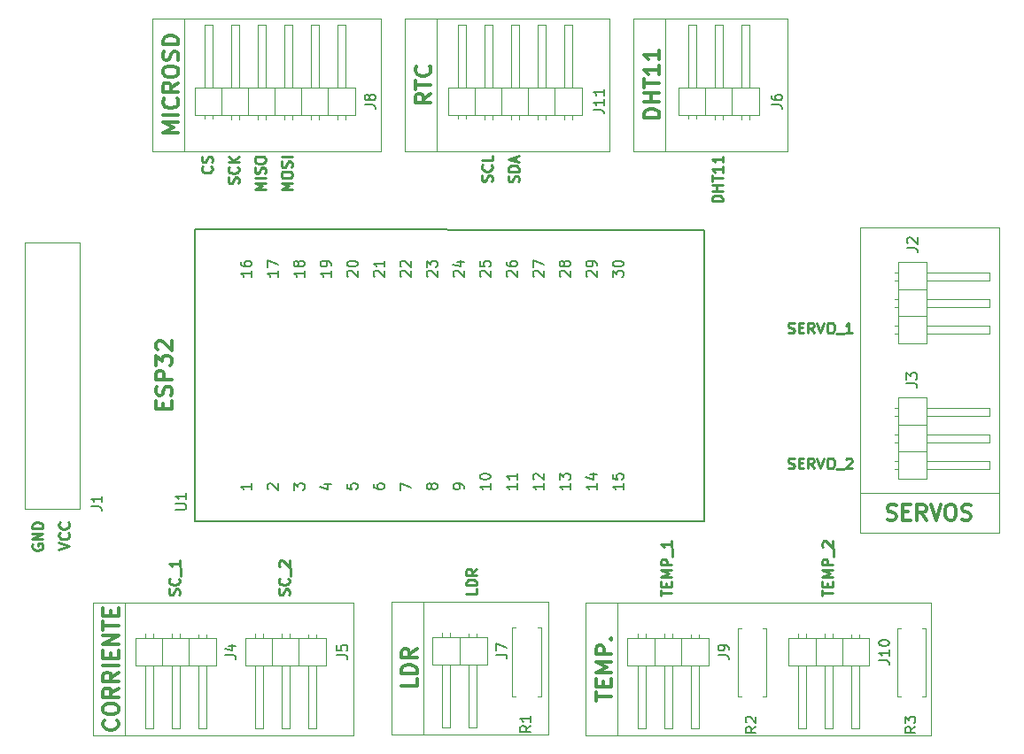
<source format=gbr>
G04 #@! TF.GenerationSoftware,KiCad,Pcbnew,(5.1.10)-1*
G04 #@! TF.CreationDate,2021-10-14T18:13:08-03:00*
G04 #@! TF.ProjectId,esp32_shield,65737033-325f-4736-9869-656c642e6b69,rev?*
G04 #@! TF.SameCoordinates,Original*
G04 #@! TF.FileFunction,Legend,Top*
G04 #@! TF.FilePolarity,Positive*
%FSLAX46Y46*%
G04 Gerber Fmt 4.6, Leading zero omitted, Abs format (unit mm)*
G04 Created by KiCad (PCBNEW (5.1.10)-1) date 2021-10-14 18:13:08*
%MOMM*%
%LPD*%
G01*
G04 APERTURE LIST*
%ADD10C,0.150000*%
%ADD11C,0.300000*%
%ADD12C,0.120000*%
%ADD13C,0.250000*%
%ADD14C,0.127000*%
G04 APERTURE END LIST*
D10*
X149133460Y-81984523D02*
X149133460Y-81365476D01*
X149514413Y-81698809D01*
X149514413Y-81555952D01*
X149562032Y-81460714D01*
X149609651Y-81413095D01*
X149704889Y-81365476D01*
X149942984Y-81365476D01*
X150038222Y-81413095D01*
X150085841Y-81460714D01*
X150133460Y-81555952D01*
X150133460Y-81841666D01*
X150085841Y-81936904D01*
X150038222Y-81984523D01*
X149133460Y-80746428D02*
X149133460Y-80651190D01*
X149181080Y-80555952D01*
X149228699Y-80508333D01*
X149323937Y-80460714D01*
X149514413Y-80413095D01*
X149752508Y-80413095D01*
X149942984Y-80460714D01*
X150038222Y-80508333D01*
X150085841Y-80555952D01*
X150133460Y-80651190D01*
X150133460Y-80746428D01*
X150085841Y-80841666D01*
X150038222Y-80889285D01*
X149942984Y-80936904D01*
X149752508Y-80984523D01*
X149514413Y-80984523D01*
X149323937Y-80936904D01*
X149228699Y-80889285D01*
X149181080Y-80841666D01*
X149133460Y-80746428D01*
X146688699Y-81936904D02*
X146641080Y-81889285D01*
X146593460Y-81794047D01*
X146593460Y-81555952D01*
X146641080Y-81460714D01*
X146688699Y-81413095D01*
X146783937Y-81365476D01*
X146879175Y-81365476D01*
X147022032Y-81413095D01*
X147593460Y-81984523D01*
X147593460Y-81365476D01*
X147593460Y-80889285D02*
X147593460Y-80698809D01*
X147545841Y-80603571D01*
X147498222Y-80555952D01*
X147355365Y-80460714D01*
X147164889Y-80413095D01*
X146783937Y-80413095D01*
X146688699Y-80460714D01*
X146641080Y-80508333D01*
X146593460Y-80603571D01*
X146593460Y-80794047D01*
X146641080Y-80889285D01*
X146688699Y-80936904D01*
X146783937Y-80984523D01*
X147022032Y-80984523D01*
X147117270Y-80936904D01*
X147164889Y-80889285D01*
X147212508Y-80794047D01*
X147212508Y-80603571D01*
X147164889Y-80508333D01*
X147117270Y-80460714D01*
X147022032Y-80413095D01*
X144148699Y-81936904D02*
X144101080Y-81889285D01*
X144053460Y-81794047D01*
X144053460Y-81555952D01*
X144101080Y-81460714D01*
X144148699Y-81413095D01*
X144243937Y-81365476D01*
X144339175Y-81365476D01*
X144482032Y-81413095D01*
X145053460Y-81984523D01*
X145053460Y-81365476D01*
X144482032Y-80794047D02*
X144434413Y-80889285D01*
X144386794Y-80936904D01*
X144291556Y-80984523D01*
X144243937Y-80984523D01*
X144148699Y-80936904D01*
X144101080Y-80889285D01*
X144053460Y-80794047D01*
X144053460Y-80603571D01*
X144101080Y-80508333D01*
X144148699Y-80460714D01*
X144243937Y-80413095D01*
X144291556Y-80413095D01*
X144386794Y-80460714D01*
X144434413Y-80508333D01*
X144482032Y-80603571D01*
X144482032Y-80794047D01*
X144529651Y-80889285D01*
X144577270Y-80936904D01*
X144672508Y-80984523D01*
X144862984Y-80984523D01*
X144958222Y-80936904D01*
X145005841Y-80889285D01*
X145053460Y-80794047D01*
X145053460Y-80603571D01*
X145005841Y-80508333D01*
X144958222Y-80460714D01*
X144862984Y-80413095D01*
X144672508Y-80413095D01*
X144577270Y-80460714D01*
X144529651Y-80508333D01*
X144482032Y-80603571D01*
X141608699Y-81936904D02*
X141561080Y-81889285D01*
X141513460Y-81794047D01*
X141513460Y-81555952D01*
X141561080Y-81460714D01*
X141608699Y-81413095D01*
X141703937Y-81365476D01*
X141799175Y-81365476D01*
X141942032Y-81413095D01*
X142513460Y-81984523D01*
X142513460Y-81365476D01*
X141513460Y-81032142D02*
X141513460Y-80365476D01*
X142513460Y-80794047D01*
X139068699Y-81936904D02*
X139021080Y-81889285D01*
X138973460Y-81794047D01*
X138973460Y-81555952D01*
X139021080Y-81460714D01*
X139068699Y-81413095D01*
X139163937Y-81365476D01*
X139259175Y-81365476D01*
X139402032Y-81413095D01*
X139973460Y-81984523D01*
X139973460Y-81365476D01*
X138973460Y-80508333D02*
X138973460Y-80698809D01*
X139021080Y-80794047D01*
X139068699Y-80841666D01*
X139211556Y-80936904D01*
X139402032Y-80984523D01*
X139782984Y-80984523D01*
X139878222Y-80936904D01*
X139925841Y-80889285D01*
X139973460Y-80794047D01*
X139973460Y-80603571D01*
X139925841Y-80508333D01*
X139878222Y-80460714D01*
X139782984Y-80413095D01*
X139544889Y-80413095D01*
X139449651Y-80460714D01*
X139402032Y-80508333D01*
X139354413Y-80603571D01*
X139354413Y-80794047D01*
X139402032Y-80889285D01*
X139449651Y-80936904D01*
X139544889Y-80984523D01*
X128908699Y-81936904D02*
X128861080Y-81889285D01*
X128813460Y-81794047D01*
X128813460Y-81555952D01*
X128861080Y-81460714D01*
X128908699Y-81413095D01*
X129003937Y-81365476D01*
X129099175Y-81365476D01*
X129242032Y-81413095D01*
X129813460Y-81984523D01*
X129813460Y-81365476D01*
X128908699Y-80984523D02*
X128861080Y-80936904D01*
X128813460Y-80841666D01*
X128813460Y-80603571D01*
X128861080Y-80508333D01*
X128908699Y-80460714D01*
X129003937Y-80413095D01*
X129099175Y-80413095D01*
X129242032Y-80460714D01*
X129813460Y-81032142D01*
X129813460Y-80413095D01*
X133988699Y-81936904D02*
X133941080Y-81889285D01*
X133893460Y-81794047D01*
X133893460Y-81555952D01*
X133941080Y-81460714D01*
X133988699Y-81413095D01*
X134083937Y-81365476D01*
X134179175Y-81365476D01*
X134322032Y-81413095D01*
X134893460Y-81984523D01*
X134893460Y-81365476D01*
X134226794Y-80508333D02*
X134893460Y-80508333D01*
X133845841Y-80746428D02*
X134560127Y-80984523D01*
X134560127Y-80365476D01*
X131448699Y-81936904D02*
X131401080Y-81889285D01*
X131353460Y-81794047D01*
X131353460Y-81555952D01*
X131401080Y-81460714D01*
X131448699Y-81413095D01*
X131543937Y-81365476D01*
X131639175Y-81365476D01*
X131782032Y-81413095D01*
X132353460Y-81984523D01*
X132353460Y-81365476D01*
X131353460Y-81032142D02*
X131353460Y-80413095D01*
X131734413Y-80746428D01*
X131734413Y-80603571D01*
X131782032Y-80508333D01*
X131829651Y-80460714D01*
X131924889Y-80413095D01*
X132162984Y-80413095D01*
X132258222Y-80460714D01*
X132305841Y-80508333D01*
X132353460Y-80603571D01*
X132353460Y-80889285D01*
X132305841Y-80984523D01*
X132258222Y-81032142D01*
X136528699Y-81936904D02*
X136481080Y-81889285D01*
X136433460Y-81794047D01*
X136433460Y-81555952D01*
X136481080Y-81460714D01*
X136528699Y-81413095D01*
X136623937Y-81365476D01*
X136719175Y-81365476D01*
X136862032Y-81413095D01*
X137433460Y-81984523D01*
X137433460Y-81365476D01*
X136433460Y-80460714D02*
X136433460Y-80936904D01*
X136909651Y-80984523D01*
X136862032Y-80936904D01*
X136814413Y-80841666D01*
X136814413Y-80603571D01*
X136862032Y-80508333D01*
X136909651Y-80460714D01*
X137004889Y-80413095D01*
X137242984Y-80413095D01*
X137338222Y-80460714D01*
X137385841Y-80508333D01*
X137433460Y-80603571D01*
X137433460Y-80841666D01*
X137385841Y-80936904D01*
X137338222Y-80984523D01*
X126368699Y-81936904D02*
X126321080Y-81889285D01*
X126273460Y-81794047D01*
X126273460Y-81555952D01*
X126321080Y-81460714D01*
X126368699Y-81413095D01*
X126463937Y-81365476D01*
X126559175Y-81365476D01*
X126702032Y-81413095D01*
X127273460Y-81984523D01*
X127273460Y-81365476D01*
X127273460Y-80413095D02*
X127273460Y-80984523D01*
X127273460Y-80698809D02*
X126273460Y-80698809D01*
X126416318Y-80794047D01*
X126511556Y-80889285D01*
X126559175Y-80984523D01*
X123828699Y-81936904D02*
X123781080Y-81889285D01*
X123733460Y-81794047D01*
X123733460Y-81555952D01*
X123781080Y-81460714D01*
X123828699Y-81413095D01*
X123923937Y-81365476D01*
X124019175Y-81365476D01*
X124162032Y-81413095D01*
X124733460Y-81984523D01*
X124733460Y-81365476D01*
X123733460Y-80746428D02*
X123733460Y-80651190D01*
X123781080Y-80555952D01*
X123828699Y-80508333D01*
X123923937Y-80460714D01*
X124114413Y-80413095D01*
X124352508Y-80413095D01*
X124542984Y-80460714D01*
X124638222Y-80508333D01*
X124685841Y-80555952D01*
X124733460Y-80651190D01*
X124733460Y-80746428D01*
X124685841Y-80841666D01*
X124638222Y-80889285D01*
X124542984Y-80936904D01*
X124352508Y-80984523D01*
X124114413Y-80984523D01*
X123923937Y-80936904D01*
X123828699Y-80889285D01*
X123781080Y-80841666D01*
X123733460Y-80746428D01*
X122193460Y-81365476D02*
X122193460Y-81936904D01*
X122193460Y-81651190D02*
X121193460Y-81651190D01*
X121336318Y-81746428D01*
X121431556Y-81841666D01*
X121479175Y-81936904D01*
X122193460Y-80889285D02*
X122193460Y-80698809D01*
X122145841Y-80603571D01*
X122098222Y-80555952D01*
X121955365Y-80460714D01*
X121764889Y-80413095D01*
X121383937Y-80413095D01*
X121288699Y-80460714D01*
X121241080Y-80508333D01*
X121193460Y-80603571D01*
X121193460Y-80794047D01*
X121241080Y-80889285D01*
X121288699Y-80936904D01*
X121383937Y-80984523D01*
X121622032Y-80984523D01*
X121717270Y-80936904D01*
X121764889Y-80889285D01*
X121812508Y-80794047D01*
X121812508Y-80603571D01*
X121764889Y-80508333D01*
X121717270Y-80460714D01*
X121622032Y-80413095D01*
X119653460Y-81365476D02*
X119653460Y-81936904D01*
X119653460Y-81651190D02*
X118653460Y-81651190D01*
X118796318Y-81746428D01*
X118891556Y-81841666D01*
X118939175Y-81936904D01*
X119082032Y-80794047D02*
X119034413Y-80889285D01*
X118986794Y-80936904D01*
X118891556Y-80984523D01*
X118843937Y-80984523D01*
X118748699Y-80936904D01*
X118701080Y-80889285D01*
X118653460Y-80794047D01*
X118653460Y-80603571D01*
X118701080Y-80508333D01*
X118748699Y-80460714D01*
X118843937Y-80413095D01*
X118891556Y-80413095D01*
X118986794Y-80460714D01*
X119034413Y-80508333D01*
X119082032Y-80603571D01*
X119082032Y-80794047D01*
X119129651Y-80889285D01*
X119177270Y-80936904D01*
X119272508Y-80984523D01*
X119462984Y-80984523D01*
X119558222Y-80936904D01*
X119605841Y-80889285D01*
X119653460Y-80794047D01*
X119653460Y-80603571D01*
X119605841Y-80508333D01*
X119558222Y-80460714D01*
X119462984Y-80413095D01*
X119272508Y-80413095D01*
X119177270Y-80460714D01*
X119129651Y-80508333D01*
X119082032Y-80603571D01*
X117113460Y-81365476D02*
X117113460Y-81936904D01*
X117113460Y-81651190D02*
X116113460Y-81651190D01*
X116256318Y-81746428D01*
X116351556Y-81841666D01*
X116399175Y-81936904D01*
X116113460Y-81032142D02*
X116113460Y-80365476D01*
X117113460Y-80794047D01*
X114573460Y-81365476D02*
X114573460Y-81936904D01*
X114573460Y-81651190D02*
X113573460Y-81651190D01*
X113716318Y-81746428D01*
X113811556Y-81841666D01*
X113859175Y-81936904D01*
X113573460Y-80508333D02*
X113573460Y-80698809D01*
X113621080Y-80794047D01*
X113668699Y-80841666D01*
X113811556Y-80936904D01*
X114002032Y-80984523D01*
X114382984Y-80984523D01*
X114478222Y-80936904D01*
X114525841Y-80889285D01*
X114573460Y-80794047D01*
X114573460Y-80603571D01*
X114525841Y-80508333D01*
X114478222Y-80460714D01*
X114382984Y-80413095D01*
X114144889Y-80413095D01*
X114049651Y-80460714D01*
X114002032Y-80508333D01*
X113954413Y-80603571D01*
X113954413Y-80794047D01*
X114002032Y-80889285D01*
X114049651Y-80936904D01*
X114144889Y-80984523D01*
X150133460Y-101715476D02*
X150133460Y-102286904D01*
X150133460Y-102001190D02*
X149133460Y-102001190D01*
X149276318Y-102096428D01*
X149371556Y-102191666D01*
X149419175Y-102286904D01*
X149133460Y-100810714D02*
X149133460Y-101286904D01*
X149609651Y-101334523D01*
X149562032Y-101286904D01*
X149514413Y-101191666D01*
X149514413Y-100953571D01*
X149562032Y-100858333D01*
X149609651Y-100810714D01*
X149704889Y-100763095D01*
X149942984Y-100763095D01*
X150038222Y-100810714D01*
X150085841Y-100858333D01*
X150133460Y-100953571D01*
X150133460Y-101191666D01*
X150085841Y-101286904D01*
X150038222Y-101334523D01*
X147593460Y-101715476D02*
X147593460Y-102286904D01*
X147593460Y-102001190D02*
X146593460Y-102001190D01*
X146736318Y-102096428D01*
X146831556Y-102191666D01*
X146879175Y-102286904D01*
X146926794Y-100858333D02*
X147593460Y-100858333D01*
X146545841Y-101096428D02*
X147260127Y-101334523D01*
X147260127Y-100715476D01*
X145053460Y-101715476D02*
X145053460Y-102286904D01*
X145053460Y-102001190D02*
X144053460Y-102001190D01*
X144196318Y-102096428D01*
X144291556Y-102191666D01*
X144339175Y-102286904D01*
X144053460Y-101382142D02*
X144053460Y-100763095D01*
X144434413Y-101096428D01*
X144434413Y-100953571D01*
X144482032Y-100858333D01*
X144529651Y-100810714D01*
X144624889Y-100763095D01*
X144862984Y-100763095D01*
X144958222Y-100810714D01*
X145005841Y-100858333D01*
X145053460Y-100953571D01*
X145053460Y-101239285D01*
X145005841Y-101334523D01*
X144958222Y-101382142D01*
X142513460Y-101715476D02*
X142513460Y-102286904D01*
X142513460Y-102001190D02*
X141513460Y-102001190D01*
X141656318Y-102096428D01*
X141751556Y-102191666D01*
X141799175Y-102286904D01*
X141608699Y-101334523D02*
X141561080Y-101286904D01*
X141513460Y-101191666D01*
X141513460Y-100953571D01*
X141561080Y-100858333D01*
X141608699Y-100810714D01*
X141703937Y-100763095D01*
X141799175Y-100763095D01*
X141942032Y-100810714D01*
X142513460Y-101382142D01*
X142513460Y-100763095D01*
X139973460Y-101715476D02*
X139973460Y-102286904D01*
X139973460Y-102001190D02*
X138973460Y-102001190D01*
X139116318Y-102096428D01*
X139211556Y-102191666D01*
X139259175Y-102286904D01*
X139973460Y-100763095D02*
X139973460Y-101334523D01*
X139973460Y-101048809D02*
X138973460Y-101048809D01*
X139116318Y-101144047D01*
X139211556Y-101239285D01*
X139259175Y-101334523D01*
X137433460Y-101715476D02*
X137433460Y-102286904D01*
X137433460Y-102001190D02*
X136433460Y-102001190D01*
X136576318Y-102096428D01*
X136671556Y-102191666D01*
X136719175Y-102286904D01*
X136433460Y-101096428D02*
X136433460Y-101001190D01*
X136481080Y-100905952D01*
X136528699Y-100858333D01*
X136623937Y-100810714D01*
X136814413Y-100763095D01*
X137052508Y-100763095D01*
X137242984Y-100810714D01*
X137338222Y-100858333D01*
X137385841Y-100905952D01*
X137433460Y-101001190D01*
X137433460Y-101096428D01*
X137385841Y-101191666D01*
X137338222Y-101239285D01*
X137242984Y-101286904D01*
X137052508Y-101334523D01*
X136814413Y-101334523D01*
X136623937Y-101286904D01*
X136528699Y-101239285D01*
X136481080Y-101191666D01*
X136433460Y-101096428D01*
X134893460Y-102191667D02*
X134893460Y-102001191D01*
X134845841Y-101905952D01*
X134798222Y-101858333D01*
X134655365Y-101763095D01*
X134464889Y-101715476D01*
X134083937Y-101715476D01*
X133988699Y-101763095D01*
X133941080Y-101810714D01*
X133893460Y-101905952D01*
X133893460Y-102096429D01*
X133941080Y-102191667D01*
X133988699Y-102239286D01*
X134083937Y-102286905D01*
X134322032Y-102286905D01*
X134417270Y-102239286D01*
X134464889Y-102191667D01*
X134512508Y-102096429D01*
X134512508Y-101905952D01*
X134464889Y-101810714D01*
X134417270Y-101763095D01*
X134322032Y-101715476D01*
X131782032Y-102096429D02*
X131734413Y-102191667D01*
X131686794Y-102239286D01*
X131591556Y-102286905D01*
X131543937Y-102286905D01*
X131448699Y-102239286D01*
X131401080Y-102191667D01*
X131353460Y-102096429D01*
X131353460Y-101905952D01*
X131401080Y-101810714D01*
X131448699Y-101763095D01*
X131543937Y-101715476D01*
X131591556Y-101715476D01*
X131686794Y-101763095D01*
X131734413Y-101810714D01*
X131782032Y-101905952D01*
X131782032Y-102096429D01*
X131829651Y-102191667D01*
X131877270Y-102239286D01*
X131972508Y-102286905D01*
X132162984Y-102286905D01*
X132258222Y-102239286D01*
X132305841Y-102191667D01*
X132353460Y-102096429D01*
X132353460Y-101905952D01*
X132305841Y-101810714D01*
X132258222Y-101763095D01*
X132162984Y-101715476D01*
X131972508Y-101715476D01*
X131877270Y-101763095D01*
X131829651Y-101810714D01*
X131782032Y-101905952D01*
X128813460Y-102334524D02*
X128813460Y-101667857D01*
X129813460Y-102096429D01*
X126273460Y-101810714D02*
X126273460Y-102001191D01*
X126321080Y-102096429D01*
X126368699Y-102144048D01*
X126511556Y-102239286D01*
X126702032Y-102286905D01*
X127082984Y-102286905D01*
X127178222Y-102239286D01*
X127225841Y-102191667D01*
X127273460Y-102096429D01*
X127273460Y-101905952D01*
X127225841Y-101810714D01*
X127178222Y-101763095D01*
X127082984Y-101715476D01*
X126844889Y-101715476D01*
X126749651Y-101763095D01*
X126702032Y-101810714D01*
X126654413Y-101905952D01*
X126654413Y-102096429D01*
X126702032Y-102191667D01*
X126749651Y-102239286D01*
X126844889Y-102286905D01*
X123733460Y-101763095D02*
X123733460Y-102239286D01*
X124209651Y-102286905D01*
X124162032Y-102239286D01*
X124114413Y-102144048D01*
X124114413Y-101905952D01*
X124162032Y-101810714D01*
X124209651Y-101763095D01*
X124304889Y-101715476D01*
X124542984Y-101715476D01*
X124638222Y-101763095D01*
X124685841Y-101810714D01*
X124733460Y-101905952D01*
X124733460Y-102144048D01*
X124685841Y-102239286D01*
X124638222Y-102286905D01*
X121526794Y-101810714D02*
X122193460Y-101810714D01*
X121145841Y-102048810D02*
X121860127Y-102286905D01*
X121860127Y-101667857D01*
X118653460Y-102334524D02*
X118653460Y-101715476D01*
X119034413Y-102048810D01*
X119034413Y-101905952D01*
X119082032Y-101810714D01*
X119129651Y-101763095D01*
X119224889Y-101715476D01*
X119462984Y-101715476D01*
X119558222Y-101763095D01*
X119605841Y-101810714D01*
X119653460Y-101905952D01*
X119653460Y-102191667D01*
X119605841Y-102286905D01*
X119558222Y-102334524D01*
X116208699Y-102286905D02*
X116161080Y-102239286D01*
X116113460Y-102144048D01*
X116113460Y-101905952D01*
X116161080Y-101810714D01*
X116208699Y-101763095D01*
X116303937Y-101715476D01*
X116399175Y-101715476D01*
X116542032Y-101763095D01*
X117113460Y-102334524D01*
X117113460Y-101715476D01*
X114573460Y-101715476D02*
X114573460Y-102286905D01*
X114573460Y-102001191D02*
X113573460Y-102001191D01*
X113716318Y-102096429D01*
X113811556Y-102191667D01*
X113859175Y-102286905D01*
D11*
X175369580Y-105154542D02*
X175583865Y-105225971D01*
X175941008Y-105225971D01*
X176083865Y-105154542D01*
X176155294Y-105083114D01*
X176226722Y-104940257D01*
X176226722Y-104797400D01*
X176155294Y-104654542D01*
X176083865Y-104583114D01*
X175941008Y-104511685D01*
X175655294Y-104440257D01*
X175512437Y-104368828D01*
X175441008Y-104297400D01*
X175369580Y-104154542D01*
X175369580Y-104011685D01*
X175441008Y-103868828D01*
X175512437Y-103797400D01*
X175655294Y-103725971D01*
X176012437Y-103725971D01*
X176226722Y-103797400D01*
X176869580Y-104440257D02*
X177369580Y-104440257D01*
X177583865Y-105225971D02*
X176869580Y-105225971D01*
X176869580Y-103725971D01*
X177583865Y-103725971D01*
X179083865Y-105225971D02*
X178583865Y-104511685D01*
X178226722Y-105225971D02*
X178226722Y-103725971D01*
X178798151Y-103725971D01*
X178941008Y-103797400D01*
X179012437Y-103868828D01*
X179083865Y-104011685D01*
X179083865Y-104225971D01*
X179012437Y-104368828D01*
X178941008Y-104440257D01*
X178798151Y-104511685D01*
X178226722Y-104511685D01*
X179512437Y-103725971D02*
X180012437Y-105225971D01*
X180512437Y-103725971D01*
X181298151Y-103725971D02*
X181583865Y-103725971D01*
X181726722Y-103797400D01*
X181869580Y-103940257D01*
X181941008Y-104225971D01*
X181941008Y-104725971D01*
X181869580Y-105011685D01*
X181726722Y-105154542D01*
X181583865Y-105225971D01*
X181298151Y-105225971D01*
X181155294Y-105154542D01*
X181012437Y-105011685D01*
X180941008Y-104725971D01*
X180941008Y-104225971D01*
X181012437Y-103940257D01*
X181155294Y-103797400D01*
X181298151Y-103725971D01*
X182512437Y-105154542D02*
X182726722Y-105225971D01*
X183083865Y-105225971D01*
X183226722Y-105154542D01*
X183298151Y-105083114D01*
X183369580Y-104940257D01*
X183369580Y-104797400D01*
X183298151Y-104654542D01*
X183226722Y-104583114D01*
X183083865Y-104511685D01*
X182798151Y-104440257D01*
X182655294Y-104368828D01*
X182583865Y-104297400D01*
X182512437Y-104154542D01*
X182512437Y-104011685D01*
X182583865Y-103868828D01*
X182655294Y-103797400D01*
X182798151Y-103725971D01*
X183155294Y-103725971D01*
X183369580Y-103797400D01*
D12*
X172756400Y-102642400D02*
X186091400Y-102642400D01*
X172756400Y-106452400D02*
X172756400Y-77242400D01*
X186091400Y-106452400D02*
X172756400Y-106452400D01*
X186091400Y-77242400D02*
X186091400Y-106452400D01*
X172756400Y-77242400D02*
X186091400Y-77242400D01*
D13*
X165898780Y-100243081D02*
X166041638Y-100290700D01*
X166279733Y-100290700D01*
X166374971Y-100243081D01*
X166422590Y-100195462D01*
X166470209Y-100100224D01*
X166470209Y-100004986D01*
X166422590Y-99909748D01*
X166374971Y-99862129D01*
X166279733Y-99814510D01*
X166089257Y-99766891D01*
X165994019Y-99719272D01*
X165946400Y-99671653D01*
X165898780Y-99576415D01*
X165898780Y-99481177D01*
X165946400Y-99385939D01*
X165994019Y-99338320D01*
X166089257Y-99290700D01*
X166327352Y-99290700D01*
X166470209Y-99338320D01*
X166898780Y-99766891D02*
X167232114Y-99766891D01*
X167374971Y-100290700D02*
X166898780Y-100290700D01*
X166898780Y-99290700D01*
X167374971Y-99290700D01*
X168374971Y-100290700D02*
X168041638Y-99814510D01*
X167803542Y-100290700D02*
X167803542Y-99290700D01*
X168184495Y-99290700D01*
X168279733Y-99338320D01*
X168327352Y-99385939D01*
X168374971Y-99481177D01*
X168374971Y-99624034D01*
X168327352Y-99719272D01*
X168279733Y-99766891D01*
X168184495Y-99814510D01*
X167803542Y-99814510D01*
X168660685Y-99290700D02*
X168994019Y-100290700D01*
X169327352Y-99290700D01*
X169851161Y-99290700D02*
X170041638Y-99290700D01*
X170136876Y-99338320D01*
X170232114Y-99433558D01*
X170279733Y-99624034D01*
X170279733Y-99957367D01*
X170232114Y-100147843D01*
X170136876Y-100243081D01*
X170041638Y-100290700D01*
X169851161Y-100290700D01*
X169755923Y-100243081D01*
X169660685Y-100147843D01*
X169613066Y-99957367D01*
X169613066Y-99624034D01*
X169660685Y-99433558D01*
X169755923Y-99338320D01*
X169851161Y-99290700D01*
X170470209Y-100385939D02*
X171232114Y-100385939D01*
X171422590Y-99385939D02*
X171470209Y-99338320D01*
X171565447Y-99290700D01*
X171803542Y-99290700D01*
X171898780Y-99338320D01*
X171946400Y-99385939D01*
X171994019Y-99481177D01*
X171994019Y-99576415D01*
X171946400Y-99719272D01*
X171374971Y-100290700D01*
X171994019Y-100290700D01*
X165898780Y-87289081D02*
X166041638Y-87336700D01*
X166279733Y-87336700D01*
X166374971Y-87289081D01*
X166422590Y-87241462D01*
X166470209Y-87146224D01*
X166470209Y-87050986D01*
X166422590Y-86955748D01*
X166374971Y-86908129D01*
X166279733Y-86860510D01*
X166089257Y-86812891D01*
X165994019Y-86765272D01*
X165946400Y-86717653D01*
X165898780Y-86622415D01*
X165898780Y-86527177D01*
X165946400Y-86431939D01*
X165994019Y-86384320D01*
X166089257Y-86336700D01*
X166327352Y-86336700D01*
X166470209Y-86384320D01*
X166898780Y-86812891D02*
X167232114Y-86812891D01*
X167374971Y-87336700D02*
X166898780Y-87336700D01*
X166898780Y-86336700D01*
X167374971Y-86336700D01*
X168374971Y-87336700D02*
X168041638Y-86860510D01*
X167803542Y-87336700D02*
X167803542Y-86336700D01*
X168184495Y-86336700D01*
X168279733Y-86384320D01*
X168327352Y-86431939D01*
X168374971Y-86527177D01*
X168374971Y-86670034D01*
X168327352Y-86765272D01*
X168279733Y-86812891D01*
X168184495Y-86860510D01*
X167803542Y-86860510D01*
X168660685Y-86336700D02*
X168994019Y-87336700D01*
X169327352Y-86336700D01*
X169851161Y-86336700D02*
X170041638Y-86336700D01*
X170136876Y-86384320D01*
X170232114Y-86479558D01*
X170279733Y-86670034D01*
X170279733Y-87003367D01*
X170232114Y-87193843D01*
X170136876Y-87289081D01*
X170041638Y-87336700D01*
X169851161Y-87336700D01*
X169755923Y-87289081D01*
X169660685Y-87193843D01*
X169613066Y-87003367D01*
X169613066Y-86670034D01*
X169660685Y-86479558D01*
X169755923Y-86384320D01*
X169851161Y-86336700D01*
X170470209Y-87431939D02*
X171232114Y-87431939D01*
X171994019Y-87336700D02*
X171422590Y-87336700D01*
X171708304Y-87336700D02*
X171708304Y-86336700D01*
X171613066Y-86479558D01*
X171517828Y-86574796D01*
X171422590Y-86622415D01*
X169144229Y-112479843D02*
X169144229Y-111908415D01*
X170144229Y-112194129D02*
X169144229Y-112194129D01*
X169620420Y-111575081D02*
X169620420Y-111241748D01*
X170144229Y-111098891D02*
X170144229Y-111575081D01*
X169144229Y-111575081D01*
X169144229Y-111098891D01*
X170144229Y-110670319D02*
X169144229Y-110670319D01*
X169858515Y-110336986D01*
X169144229Y-110003653D01*
X170144229Y-110003653D01*
X170144229Y-109527462D02*
X169144229Y-109527462D01*
X169144229Y-109146510D01*
X169191849Y-109051272D01*
X169239468Y-109003653D01*
X169334706Y-108956034D01*
X169477563Y-108956034D01*
X169572801Y-109003653D01*
X169620420Y-109051272D01*
X169668039Y-109146510D01*
X169668039Y-109527462D01*
X170239468Y-108765557D02*
X170239468Y-108003653D01*
X169239468Y-107813177D02*
X169191849Y-107765557D01*
X169144229Y-107670319D01*
X169144229Y-107432224D01*
X169191849Y-107336986D01*
X169239468Y-107289367D01*
X169334706Y-107241748D01*
X169429944Y-107241748D01*
X169572801Y-107289367D01*
X170144229Y-107860796D01*
X170144229Y-107241748D01*
X153749537Y-112479843D02*
X153749537Y-111908415D01*
X154749537Y-112194129D02*
X153749537Y-112194129D01*
X154225728Y-111575081D02*
X154225728Y-111241748D01*
X154749537Y-111098891D02*
X154749537Y-111575081D01*
X153749537Y-111575081D01*
X153749537Y-111098891D01*
X154749537Y-110670319D02*
X153749537Y-110670319D01*
X154463823Y-110336986D01*
X153749537Y-110003653D01*
X154749537Y-110003653D01*
X154749537Y-109527462D02*
X153749537Y-109527462D01*
X153749537Y-109146510D01*
X153797157Y-109051272D01*
X153844776Y-109003653D01*
X153940014Y-108956034D01*
X154082871Y-108956034D01*
X154178109Y-109003653D01*
X154225728Y-109051272D01*
X154273347Y-109146510D01*
X154273347Y-109527462D01*
X154844776Y-108765557D02*
X154844776Y-108003653D01*
X154749537Y-107241748D02*
X154749537Y-107813177D01*
X154749537Y-107527462D02*
X153749537Y-107527462D01*
X153892395Y-107622700D01*
X153987633Y-107717938D01*
X154035252Y-107813177D01*
X136124501Y-111797296D02*
X136124501Y-112273486D01*
X135124501Y-112273486D01*
X136124501Y-111463962D02*
X135124501Y-111463962D01*
X135124501Y-111225867D01*
X135172121Y-111083010D01*
X135267359Y-110987772D01*
X135362597Y-110940153D01*
X135553073Y-110892534D01*
X135695930Y-110892534D01*
X135886406Y-110940153D01*
X135981644Y-110987772D01*
X136076882Y-111083010D01*
X136124501Y-111225867D01*
X136124501Y-111463962D01*
X136124501Y-109892534D02*
X135648311Y-110225867D01*
X136124501Y-110463962D02*
X135124501Y-110463962D01*
X135124501Y-110083010D01*
X135172121Y-109987772D01*
X135219740Y-109940153D01*
X135314978Y-109892534D01*
X135457835Y-109892534D01*
X135553073Y-109940153D01*
X135600692Y-109987772D01*
X135648311Y-110083010D01*
X135648311Y-110463962D01*
X118167001Y-112384606D02*
X118214620Y-112241749D01*
X118214620Y-112003653D01*
X118167001Y-111908415D01*
X118119382Y-111860796D01*
X118024144Y-111813177D01*
X117928906Y-111813177D01*
X117833668Y-111860796D01*
X117786049Y-111908415D01*
X117738430Y-112003653D01*
X117690811Y-112194129D01*
X117643192Y-112289368D01*
X117595573Y-112336987D01*
X117500335Y-112384606D01*
X117405097Y-112384606D01*
X117309859Y-112336987D01*
X117262240Y-112289368D01*
X117214620Y-112194129D01*
X117214620Y-111956034D01*
X117262240Y-111813177D01*
X118119382Y-110813177D02*
X118167001Y-110860796D01*
X118214620Y-111003653D01*
X118214620Y-111098891D01*
X118167001Y-111241749D01*
X118071763Y-111336987D01*
X117976525Y-111384606D01*
X117786049Y-111432225D01*
X117643192Y-111432225D01*
X117452716Y-111384606D01*
X117357478Y-111336987D01*
X117262240Y-111241749D01*
X117214620Y-111098891D01*
X117214620Y-111003653D01*
X117262240Y-110860796D01*
X117309859Y-110813177D01*
X118309859Y-110622701D02*
X118309859Y-109860796D01*
X117309859Y-109670320D02*
X117262240Y-109622701D01*
X117214620Y-109527463D01*
X117214620Y-109289368D01*
X117262240Y-109194129D01*
X117309859Y-109146510D01*
X117405097Y-109098891D01*
X117500335Y-109098891D01*
X117643192Y-109146510D01*
X118214620Y-109717939D01*
X118214620Y-109098891D01*
X107672846Y-112384606D02*
X107720465Y-112241749D01*
X107720465Y-112003653D01*
X107672846Y-111908415D01*
X107625227Y-111860796D01*
X107529989Y-111813177D01*
X107434751Y-111813177D01*
X107339513Y-111860796D01*
X107291894Y-111908415D01*
X107244275Y-112003653D01*
X107196656Y-112194129D01*
X107149037Y-112289368D01*
X107101418Y-112336987D01*
X107006180Y-112384606D01*
X106910942Y-112384606D01*
X106815704Y-112336987D01*
X106768085Y-112289368D01*
X106720465Y-112194129D01*
X106720465Y-111956034D01*
X106768085Y-111813177D01*
X107625227Y-110813177D02*
X107672846Y-110860796D01*
X107720465Y-111003653D01*
X107720465Y-111098891D01*
X107672846Y-111241749D01*
X107577608Y-111336987D01*
X107482370Y-111384606D01*
X107291894Y-111432225D01*
X107149037Y-111432225D01*
X106958561Y-111384606D01*
X106863323Y-111336987D01*
X106768085Y-111241749D01*
X106720465Y-111098891D01*
X106720465Y-111003653D01*
X106768085Y-110860796D01*
X106815704Y-110813177D01*
X107815704Y-110622701D02*
X107815704Y-109860796D01*
X107720465Y-109098891D02*
X107720465Y-109670320D01*
X107720465Y-109384606D02*
X106720465Y-109384606D01*
X106863323Y-109479844D01*
X106958561Y-109575082D01*
X107006180Y-109670320D01*
D12*
X149604740Y-113128660D02*
X149604740Y-125828660D01*
X146556740Y-125828660D02*
X146556740Y-113128660D01*
X179576740Y-125828660D02*
X146556740Y-125828660D01*
X179576740Y-113128660D02*
X179576740Y-125828660D01*
X146556740Y-113128660D02*
X179576740Y-113128660D01*
X130999240Y-113065160D02*
X130999240Y-125765160D01*
X127951240Y-125765160D02*
X127951240Y-113065160D01*
X142937240Y-125765160D02*
X127951240Y-125765160D01*
X142937240Y-113065160D02*
X142937240Y-125765160D01*
X127951240Y-113065160D02*
X142937240Y-113065160D01*
X102487740Y-113128660D02*
X102487740Y-125828660D01*
X99439740Y-125828660D02*
X99439740Y-113128660D01*
X124331740Y-125828660D02*
X99439740Y-125828660D01*
X124331740Y-113128660D02*
X124331740Y-125828660D01*
X99439740Y-113128660D02*
X124331740Y-113128660D01*
X154176740Y-57248660D02*
X154176740Y-69948660D01*
X151128740Y-69948660D02*
X151128740Y-57248660D01*
X165860740Y-69948660D02*
X151128740Y-69948660D01*
X165860740Y-57248660D02*
X165860740Y-69948660D01*
X151128740Y-57248660D02*
X165860740Y-57248660D01*
X132332740Y-57248660D02*
X132332740Y-69948660D01*
X129284740Y-69948660D02*
X129284740Y-57248660D01*
X148842740Y-69948660D02*
X129284740Y-69948660D01*
X148842740Y-57248660D02*
X148842740Y-69948660D01*
X129284740Y-57248660D02*
X148842740Y-57248660D01*
X108202740Y-57248660D02*
X108202740Y-69948660D01*
X105154740Y-69948660D02*
X105154740Y-57248660D01*
X126998740Y-69948660D02*
X105154740Y-69948660D01*
X126998740Y-57248660D02*
X126998740Y-69948660D01*
X105154740Y-57248660D02*
X126998740Y-57248660D01*
D13*
X96183420Y-108016755D02*
X97183420Y-107683422D01*
X96183420Y-107350088D01*
X97088182Y-106445326D02*
X97135801Y-106492945D01*
X97183420Y-106635802D01*
X97183420Y-106731041D01*
X97135801Y-106873898D01*
X97040563Y-106969136D01*
X96945325Y-107016755D01*
X96754849Y-107064374D01*
X96611992Y-107064374D01*
X96421516Y-107016755D01*
X96326278Y-106969136D01*
X96231040Y-106873898D01*
X96183420Y-106731041D01*
X96183420Y-106635802D01*
X96231040Y-106492945D01*
X96278659Y-106445326D01*
X97088182Y-105445326D02*
X97135801Y-105492945D01*
X97183420Y-105635802D01*
X97183420Y-105731041D01*
X97135801Y-105873898D01*
X97040563Y-105969136D01*
X96945325Y-106016755D01*
X96754849Y-106064374D01*
X96611992Y-106064374D01*
X96421516Y-106016755D01*
X96326278Y-105969136D01*
X96231040Y-105873898D01*
X96183420Y-105731041D01*
X96183420Y-105635802D01*
X96231040Y-105492945D01*
X96278659Y-105445326D01*
X93691040Y-107540564D02*
X93643420Y-107635802D01*
X93643420Y-107778660D01*
X93691040Y-107921517D01*
X93786278Y-108016755D01*
X93881516Y-108064374D01*
X94071992Y-108111993D01*
X94214849Y-108111993D01*
X94405325Y-108064374D01*
X94500563Y-108016755D01*
X94595801Y-107921517D01*
X94643420Y-107778660D01*
X94643420Y-107683421D01*
X94595801Y-107540564D01*
X94548182Y-107492945D01*
X94214849Y-107492945D01*
X94214849Y-107683421D01*
X94643420Y-107064374D02*
X93643420Y-107064374D01*
X94643420Y-106492945D01*
X93643420Y-106492945D01*
X94643420Y-106016755D02*
X93643420Y-106016755D01*
X93643420Y-105778660D01*
X93691040Y-105635802D01*
X93786278Y-105540564D01*
X93881516Y-105492945D01*
X94071992Y-105445326D01*
X94214849Y-105445326D01*
X94405325Y-105492945D01*
X94500563Y-105540564D01*
X94595801Y-105635802D01*
X94643420Y-105778660D01*
X94643420Y-106016755D01*
X159616620Y-74718659D02*
X158616620Y-74718659D01*
X158616620Y-74480564D01*
X158664240Y-74337707D01*
X158759478Y-74242469D01*
X158854716Y-74194850D01*
X159045192Y-74147231D01*
X159188049Y-74147231D01*
X159378525Y-74194850D01*
X159473763Y-74242469D01*
X159569001Y-74337707D01*
X159616620Y-74480564D01*
X159616620Y-74718659D01*
X159616620Y-73718659D02*
X158616620Y-73718659D01*
X159092811Y-73718659D02*
X159092811Y-73147231D01*
X159616620Y-73147231D02*
X158616620Y-73147231D01*
X158616620Y-72813897D02*
X158616620Y-72242469D01*
X159616620Y-72528183D02*
X158616620Y-72528183D01*
X159616620Y-71385326D02*
X159616620Y-71956754D01*
X159616620Y-71671040D02*
X158616620Y-71671040D01*
X158759478Y-71766278D01*
X158854716Y-71861516D01*
X158902335Y-71956754D01*
X159616620Y-70432945D02*
X159616620Y-71004373D01*
X159616620Y-70718659D02*
X158616620Y-70718659D01*
X158759478Y-70813897D01*
X158854716Y-70909135D01*
X158902335Y-71004373D01*
X140099001Y-72861516D02*
X140146620Y-72718659D01*
X140146620Y-72480564D01*
X140099001Y-72385326D01*
X140051382Y-72337707D01*
X139956144Y-72290088D01*
X139860906Y-72290088D01*
X139765668Y-72337707D01*
X139718049Y-72385326D01*
X139670430Y-72480564D01*
X139622811Y-72671040D01*
X139575192Y-72766278D01*
X139527573Y-72813897D01*
X139432335Y-72861516D01*
X139337097Y-72861516D01*
X139241859Y-72813897D01*
X139194240Y-72766278D01*
X139146620Y-72671040D01*
X139146620Y-72432945D01*
X139194240Y-72290088D01*
X140146620Y-71861516D02*
X139146620Y-71861516D01*
X139146620Y-71623421D01*
X139194240Y-71480564D01*
X139289478Y-71385326D01*
X139384716Y-71337707D01*
X139575192Y-71290088D01*
X139718049Y-71290088D01*
X139908525Y-71337707D01*
X140003763Y-71385326D01*
X140099001Y-71480564D01*
X140146620Y-71623421D01*
X140146620Y-71861516D01*
X139860906Y-70909135D02*
X139860906Y-70432945D01*
X140146620Y-71004373D02*
X139146620Y-70671040D01*
X140146620Y-70337707D01*
X137559001Y-72813898D02*
X137606620Y-72671041D01*
X137606620Y-72432945D01*
X137559001Y-72337707D01*
X137511382Y-72290088D01*
X137416144Y-72242469D01*
X137320906Y-72242469D01*
X137225668Y-72290088D01*
X137178049Y-72337707D01*
X137130430Y-72432945D01*
X137082811Y-72623422D01*
X137035192Y-72718660D01*
X136987573Y-72766279D01*
X136892335Y-72813898D01*
X136797097Y-72813898D01*
X136701859Y-72766279D01*
X136654240Y-72718660D01*
X136606620Y-72623422D01*
X136606620Y-72385326D01*
X136654240Y-72242469D01*
X137511382Y-71242469D02*
X137559001Y-71290088D01*
X137606620Y-71432945D01*
X137606620Y-71528183D01*
X137559001Y-71671041D01*
X137463763Y-71766279D01*
X137368525Y-71813898D01*
X137178049Y-71861517D01*
X137035192Y-71861517D01*
X136844716Y-71813898D01*
X136749478Y-71766279D01*
X136654240Y-71671041D01*
X136606620Y-71528183D01*
X136606620Y-71432945D01*
X136654240Y-71290088D01*
X136701859Y-71242469D01*
X137606620Y-70337707D02*
X137606620Y-70813898D01*
X136606620Y-70813898D01*
X118468620Y-73623421D02*
X117468620Y-73623421D01*
X118182906Y-73290088D01*
X117468620Y-72956754D01*
X118468620Y-72956754D01*
X117468620Y-72290088D02*
X117468620Y-72099612D01*
X117516240Y-72004373D01*
X117611478Y-71909135D01*
X117801954Y-71861516D01*
X118135287Y-71861516D01*
X118325763Y-71909135D01*
X118421001Y-72004373D01*
X118468620Y-72099612D01*
X118468620Y-72290088D01*
X118421001Y-72385326D01*
X118325763Y-72480564D01*
X118135287Y-72528183D01*
X117801954Y-72528183D01*
X117611478Y-72480564D01*
X117516240Y-72385326D01*
X117468620Y-72290088D01*
X118421001Y-71480564D02*
X118468620Y-71337707D01*
X118468620Y-71099612D01*
X118421001Y-71004373D01*
X118373382Y-70956754D01*
X118278144Y-70909135D01*
X118182906Y-70909135D01*
X118087668Y-70956754D01*
X118040049Y-71004373D01*
X117992430Y-71099612D01*
X117944811Y-71290088D01*
X117897192Y-71385326D01*
X117849573Y-71432945D01*
X117754335Y-71480564D01*
X117659097Y-71480564D01*
X117563859Y-71432945D01*
X117516240Y-71385326D01*
X117468620Y-71290088D01*
X117468620Y-71051993D01*
X117516240Y-70909135D01*
X118468620Y-70480564D02*
X117468620Y-70480564D01*
X115928620Y-73623421D02*
X114928620Y-73623421D01*
X115642906Y-73290088D01*
X114928620Y-72956754D01*
X115928620Y-72956754D01*
X115928620Y-72480564D02*
X114928620Y-72480564D01*
X115881001Y-72051993D02*
X115928620Y-71909135D01*
X115928620Y-71671040D01*
X115881001Y-71575802D01*
X115833382Y-71528183D01*
X115738144Y-71480564D01*
X115642906Y-71480564D01*
X115547668Y-71528183D01*
X115500049Y-71575802D01*
X115452430Y-71671040D01*
X115404811Y-71861516D01*
X115357192Y-71956754D01*
X115309573Y-72004373D01*
X115214335Y-72051993D01*
X115119097Y-72051993D01*
X115023859Y-72004373D01*
X114976240Y-71956754D01*
X114928620Y-71861516D01*
X114928620Y-71623421D01*
X114976240Y-71480564D01*
X114928620Y-70861516D02*
X114928620Y-70671040D01*
X114976240Y-70575802D01*
X115071478Y-70480564D01*
X115261954Y-70432945D01*
X115595287Y-70432945D01*
X115785763Y-70480564D01*
X115881001Y-70575802D01*
X115928620Y-70671040D01*
X115928620Y-70861516D01*
X115881001Y-70956754D01*
X115785763Y-71051993D01*
X115595287Y-71099612D01*
X115261954Y-71099612D01*
X115071478Y-71051993D01*
X114976240Y-70956754D01*
X114928620Y-70861516D01*
X113341001Y-73004374D02*
X113388620Y-72861517D01*
X113388620Y-72623421D01*
X113341001Y-72528183D01*
X113293382Y-72480564D01*
X113198144Y-72432945D01*
X113102906Y-72432945D01*
X113007668Y-72480564D01*
X112960049Y-72528183D01*
X112912430Y-72623421D01*
X112864811Y-72813898D01*
X112817192Y-72909136D01*
X112769573Y-72956755D01*
X112674335Y-73004374D01*
X112579097Y-73004374D01*
X112483859Y-72956755D01*
X112436240Y-72909136D01*
X112388620Y-72813898D01*
X112388620Y-72575802D01*
X112436240Y-72432945D01*
X113293382Y-71432945D02*
X113341001Y-71480564D01*
X113388620Y-71623421D01*
X113388620Y-71718660D01*
X113341001Y-71861517D01*
X113245763Y-71956755D01*
X113150525Y-72004374D01*
X112960049Y-72051993D01*
X112817192Y-72051993D01*
X112626716Y-72004374D01*
X112531478Y-71956755D01*
X112436240Y-71861517D01*
X112388620Y-71718660D01*
X112388620Y-71623421D01*
X112436240Y-71480564D01*
X112483859Y-71432945D01*
X113388620Y-71004374D02*
X112388620Y-71004374D01*
X113388620Y-70432945D02*
X112817192Y-70861517D01*
X112388620Y-70432945D02*
X112960049Y-71004374D01*
X110753382Y-71385326D02*
X110801001Y-71432945D01*
X110848620Y-71575802D01*
X110848620Y-71671040D01*
X110801001Y-71813898D01*
X110705763Y-71909136D01*
X110610525Y-71956755D01*
X110420049Y-72004374D01*
X110277192Y-72004374D01*
X110086716Y-71956755D01*
X109991478Y-71909136D01*
X109896240Y-71813898D01*
X109848620Y-71671040D01*
X109848620Y-71575802D01*
X109896240Y-71432945D01*
X109943859Y-71385326D01*
X110801001Y-71004374D02*
X110848620Y-70861517D01*
X110848620Y-70623421D01*
X110801001Y-70528183D01*
X110753382Y-70480564D01*
X110658144Y-70432945D01*
X110562906Y-70432945D01*
X110467668Y-70480564D01*
X110420049Y-70528183D01*
X110372430Y-70623421D01*
X110324811Y-70813898D01*
X110277192Y-70909136D01*
X110229573Y-70956755D01*
X110134335Y-71004374D01*
X110039097Y-71004374D01*
X109943859Y-70956755D01*
X109896240Y-70909136D01*
X109848620Y-70813898D01*
X109848620Y-70575802D01*
X109896240Y-70432945D01*
D11*
X153585311Y-66745632D02*
X152085311Y-66745632D01*
X152085311Y-66388489D01*
X152156740Y-66174203D01*
X152299597Y-66031346D01*
X152442454Y-65959918D01*
X152728168Y-65888489D01*
X152942454Y-65888489D01*
X153228168Y-65959918D01*
X153371025Y-66031346D01*
X153513882Y-66174203D01*
X153585311Y-66388489D01*
X153585311Y-66745632D01*
X153585311Y-65245632D02*
X152085311Y-65245632D01*
X152799597Y-65245632D02*
X152799597Y-64388489D01*
X153585311Y-64388489D02*
X152085311Y-64388489D01*
X152085311Y-63888489D02*
X152085311Y-63031346D01*
X153585311Y-63459918D02*
X152085311Y-63459918D01*
X153585311Y-61745632D02*
X153585311Y-62602775D01*
X153585311Y-62174203D02*
X152085311Y-62174203D01*
X152299597Y-62317061D01*
X152442454Y-62459918D01*
X152513882Y-62602775D01*
X153585311Y-60317061D02*
X153585311Y-61174203D01*
X153585311Y-60745632D02*
X152085311Y-60745632D01*
X152299597Y-60888489D01*
X152442454Y-61031346D01*
X152513882Y-61174203D01*
X131741311Y-64424203D02*
X131027025Y-64924203D01*
X131741311Y-65281346D02*
X130241311Y-65281346D01*
X130241311Y-64709918D01*
X130312740Y-64567061D01*
X130384168Y-64495632D01*
X130527025Y-64424203D01*
X130741311Y-64424203D01*
X130884168Y-64495632D01*
X130955597Y-64567061D01*
X131027025Y-64709918D01*
X131027025Y-65281346D01*
X130241311Y-63995632D02*
X130241311Y-63138489D01*
X131741311Y-63567061D02*
X130241311Y-63567061D01*
X131598454Y-61781346D02*
X131669882Y-61852775D01*
X131741311Y-62067061D01*
X131741311Y-62209918D01*
X131669882Y-62424203D01*
X131527025Y-62567061D01*
X131384168Y-62638489D01*
X131098454Y-62709918D01*
X130884168Y-62709918D01*
X130598454Y-62638489D01*
X130455597Y-62567061D01*
X130312740Y-62424203D01*
X130241311Y-62209918D01*
X130241311Y-62067061D01*
X130312740Y-61852775D01*
X130384168Y-61781346D01*
X107611311Y-68174203D02*
X106111311Y-68174203D01*
X107182740Y-67674203D01*
X106111311Y-67174203D01*
X107611311Y-67174203D01*
X107611311Y-66459918D02*
X106111311Y-66459918D01*
X107468454Y-64888489D02*
X107539882Y-64959918D01*
X107611311Y-65174203D01*
X107611311Y-65317061D01*
X107539882Y-65531346D01*
X107397025Y-65674203D01*
X107254168Y-65745632D01*
X106968454Y-65817061D01*
X106754168Y-65817061D01*
X106468454Y-65745632D01*
X106325597Y-65674203D01*
X106182740Y-65531346D01*
X106111311Y-65317061D01*
X106111311Y-65174203D01*
X106182740Y-64959918D01*
X106254168Y-64888489D01*
X107611311Y-63388489D02*
X106897025Y-63888489D01*
X107611311Y-64245632D02*
X106111311Y-64245632D01*
X106111311Y-63674203D01*
X106182740Y-63531346D01*
X106254168Y-63459918D01*
X106397025Y-63388489D01*
X106611311Y-63388489D01*
X106754168Y-63459918D01*
X106825597Y-63531346D01*
X106897025Y-63674203D01*
X106897025Y-64245632D01*
X106111311Y-62459918D02*
X106111311Y-62174203D01*
X106182740Y-62031346D01*
X106325597Y-61888489D01*
X106611311Y-61817061D01*
X107111311Y-61817061D01*
X107397025Y-61888489D01*
X107539882Y-62031346D01*
X107611311Y-62174203D01*
X107611311Y-62459918D01*
X107539882Y-62602775D01*
X107397025Y-62745632D01*
X107111311Y-62817061D01*
X106611311Y-62817061D01*
X106325597Y-62745632D01*
X106182740Y-62602775D01*
X106111311Y-62459918D01*
X107539882Y-61245632D02*
X107611311Y-61031346D01*
X107611311Y-60674203D01*
X107539882Y-60531346D01*
X107468454Y-60459918D01*
X107325597Y-60388489D01*
X107182740Y-60388489D01*
X107039882Y-60459918D01*
X106968454Y-60531346D01*
X106897025Y-60674203D01*
X106825597Y-60959918D01*
X106754168Y-61102775D01*
X106682740Y-61174203D01*
X106539882Y-61245632D01*
X106397025Y-61245632D01*
X106254168Y-61174203D01*
X106182740Y-61102775D01*
X106111311Y-60959918D01*
X106111311Y-60602775D01*
X106182740Y-60388489D01*
X107611311Y-59745632D02*
X106111311Y-59745632D01*
X106111311Y-59388489D01*
X106182740Y-59174203D01*
X106325597Y-59031346D01*
X106468454Y-58959918D01*
X106754168Y-58888489D01*
X106968454Y-58888489D01*
X107254168Y-58959918D01*
X107397025Y-59031346D01*
X107539882Y-59174203D01*
X107611311Y-59388489D01*
X107611311Y-59745632D01*
X147513311Y-122505489D02*
X147513311Y-121648346D01*
X149013311Y-122076918D02*
X147513311Y-122076918D01*
X148227597Y-121148346D02*
X148227597Y-120648346D01*
X149013311Y-120434061D02*
X149013311Y-121148346D01*
X147513311Y-121148346D01*
X147513311Y-120434061D01*
X149013311Y-119791203D02*
X147513311Y-119791203D01*
X148584740Y-119291203D01*
X147513311Y-118791203D01*
X149013311Y-118791203D01*
X149013311Y-118076918D02*
X147513311Y-118076918D01*
X147513311Y-117505489D01*
X147584740Y-117362632D01*
X147656168Y-117291203D01*
X147799025Y-117219775D01*
X148013311Y-117219775D01*
X148156168Y-117291203D01*
X148227597Y-117362632D01*
X148299025Y-117505489D01*
X148299025Y-118076918D01*
X148870454Y-116576918D02*
X148941882Y-116505489D01*
X149013311Y-116576918D01*
X148941882Y-116648346D01*
X148870454Y-116576918D01*
X149013311Y-116576918D01*
X130407811Y-120406274D02*
X130407811Y-121120560D01*
X128907811Y-121120560D01*
X130407811Y-119906274D02*
X128907811Y-119906274D01*
X128907811Y-119549131D01*
X128979240Y-119334845D01*
X129122097Y-119191988D01*
X129264954Y-119120560D01*
X129550668Y-119049131D01*
X129764954Y-119049131D01*
X130050668Y-119120560D01*
X130193525Y-119191988D01*
X130336382Y-119334845D01*
X130407811Y-119549131D01*
X130407811Y-119906274D01*
X130407811Y-117549131D02*
X129693525Y-118049131D01*
X130407811Y-118406274D02*
X128907811Y-118406274D01*
X128907811Y-117834845D01*
X128979240Y-117691988D01*
X129050668Y-117620560D01*
X129193525Y-117549131D01*
X129407811Y-117549131D01*
X129550668Y-117620560D01*
X129622097Y-117691988D01*
X129693525Y-117834845D01*
X129693525Y-118406274D01*
X101753454Y-124371517D02*
X101824882Y-124442945D01*
X101896311Y-124657231D01*
X101896311Y-124800088D01*
X101824882Y-125014374D01*
X101682025Y-125157231D01*
X101539168Y-125228660D01*
X101253454Y-125300088D01*
X101039168Y-125300088D01*
X100753454Y-125228660D01*
X100610597Y-125157231D01*
X100467740Y-125014374D01*
X100396311Y-124800088D01*
X100396311Y-124657231D01*
X100467740Y-124442945D01*
X100539168Y-124371517D01*
X100396311Y-123442945D02*
X100396311Y-123157231D01*
X100467740Y-123014374D01*
X100610597Y-122871517D01*
X100896311Y-122800088D01*
X101396311Y-122800088D01*
X101682025Y-122871517D01*
X101824882Y-123014374D01*
X101896311Y-123157231D01*
X101896311Y-123442945D01*
X101824882Y-123585802D01*
X101682025Y-123728660D01*
X101396311Y-123800088D01*
X100896311Y-123800088D01*
X100610597Y-123728660D01*
X100467740Y-123585802D01*
X100396311Y-123442945D01*
X101896311Y-121300088D02*
X101182025Y-121800088D01*
X101896311Y-122157231D02*
X100396311Y-122157231D01*
X100396311Y-121585802D01*
X100467740Y-121442945D01*
X100539168Y-121371517D01*
X100682025Y-121300088D01*
X100896311Y-121300088D01*
X101039168Y-121371517D01*
X101110597Y-121442945D01*
X101182025Y-121585802D01*
X101182025Y-122157231D01*
X101896311Y-119800088D02*
X101182025Y-120300088D01*
X101896311Y-120657231D02*
X100396311Y-120657231D01*
X100396311Y-120085802D01*
X100467740Y-119942945D01*
X100539168Y-119871517D01*
X100682025Y-119800088D01*
X100896311Y-119800088D01*
X101039168Y-119871517D01*
X101110597Y-119942945D01*
X101182025Y-120085802D01*
X101182025Y-120657231D01*
X101896311Y-119157231D02*
X100396311Y-119157231D01*
X101110597Y-118442945D02*
X101110597Y-117942945D01*
X101896311Y-117728660D02*
X101896311Y-118442945D01*
X100396311Y-118442945D01*
X100396311Y-117728660D01*
X101896311Y-117085802D02*
X100396311Y-117085802D01*
X101896311Y-116228660D01*
X100396311Y-116228660D01*
X100396311Y-115728660D02*
X100396311Y-114871517D01*
X101896311Y-115300088D02*
X100396311Y-115300088D01*
X101110597Y-114371517D02*
X101110597Y-113871517D01*
X101896311Y-113657231D02*
X101896311Y-114371517D01*
X100396311Y-114371517D01*
X100396311Y-113657231D01*
X106180437Y-94572605D02*
X106180437Y-94072605D01*
X106966151Y-93858320D02*
X106966151Y-94572605D01*
X105466151Y-94572605D01*
X105466151Y-93858320D01*
X106894722Y-93286891D02*
X106966151Y-93072605D01*
X106966151Y-92715462D01*
X106894722Y-92572605D01*
X106823294Y-92501177D01*
X106680437Y-92429748D01*
X106537580Y-92429748D01*
X106394722Y-92501177D01*
X106323294Y-92572605D01*
X106251865Y-92715462D01*
X106180437Y-93001177D01*
X106109008Y-93144034D01*
X106037580Y-93215462D01*
X105894722Y-93286891D01*
X105751865Y-93286891D01*
X105609008Y-93215462D01*
X105537580Y-93144034D01*
X105466151Y-93001177D01*
X105466151Y-92644034D01*
X105537580Y-92429748D01*
X106966151Y-91786891D02*
X105466151Y-91786891D01*
X105466151Y-91215462D01*
X105537580Y-91072605D01*
X105609008Y-91001177D01*
X105751865Y-90929748D01*
X105966151Y-90929748D01*
X106109008Y-91001177D01*
X106180437Y-91072605D01*
X106251865Y-91215462D01*
X106251865Y-91786891D01*
X105466151Y-90429748D02*
X105466151Y-89501177D01*
X106037580Y-90001177D01*
X106037580Y-89786891D01*
X106109008Y-89644034D01*
X106180437Y-89572605D01*
X106323294Y-89501177D01*
X106680437Y-89501177D01*
X106823294Y-89572605D01*
X106894722Y-89644034D01*
X106966151Y-89786891D01*
X106966151Y-90215462D01*
X106894722Y-90358320D01*
X106823294Y-90429748D01*
X105609008Y-88929748D02*
X105537580Y-88858320D01*
X105466151Y-88715462D01*
X105466151Y-88358320D01*
X105537580Y-88215462D01*
X105609008Y-88144034D01*
X105751865Y-88072605D01*
X105894722Y-88072605D01*
X106109008Y-88144034D01*
X106966151Y-89001177D01*
X106966151Y-88072605D01*
D12*
G04 #@! TO.C,J7*
X132844621Y-116038489D02*
X132844621Y-116435560D01*
X133604621Y-116038489D02*
X133604621Y-116435560D01*
X132844621Y-125095560D02*
X132844621Y-119095560D01*
X133604621Y-125095560D02*
X132844621Y-125095560D01*
X133604621Y-119095560D02*
X133604621Y-125095560D01*
X134494621Y-116435560D02*
X134494621Y-119095560D01*
X135384621Y-116105560D02*
X135384621Y-116435560D01*
X136144621Y-116105560D02*
X136144621Y-116435560D01*
X135384621Y-125095560D02*
X135384621Y-119095560D01*
X136144621Y-125095560D02*
X135384621Y-125095560D01*
X136144621Y-119095560D02*
X136144621Y-125095560D01*
X137094621Y-119095560D02*
X137094621Y-116435560D01*
X131894621Y-119095560D02*
X137094621Y-119095560D01*
X131894621Y-116435560D02*
X131894621Y-119095560D01*
X137094621Y-116435560D02*
X131894621Y-116435560D01*
G04 #@! TO.C,J3*
X176434580Y-93520820D02*
X176434580Y-101260820D01*
X176434580Y-101260820D02*
X179094580Y-101260820D01*
X179094580Y-101260820D02*
X179094580Y-93520820D01*
X179094580Y-93520820D02*
X176434580Y-93520820D01*
X179094580Y-94470820D02*
X185094580Y-94470820D01*
X185094580Y-94470820D02*
X185094580Y-95230820D01*
X185094580Y-95230820D02*
X179094580Y-95230820D01*
X176104580Y-94470820D02*
X176434580Y-94470820D01*
X176104580Y-95230820D02*
X176434580Y-95230820D01*
X176434580Y-96120820D02*
X179094580Y-96120820D01*
X179094580Y-97010820D02*
X185094580Y-97010820D01*
X185094580Y-97010820D02*
X185094580Y-97770820D01*
X185094580Y-97770820D02*
X179094580Y-97770820D01*
X176037509Y-97010820D02*
X176434580Y-97010820D01*
X176037509Y-97770820D02*
X176434580Y-97770820D01*
X176434580Y-98660820D02*
X179094580Y-98660820D01*
X179094580Y-99550820D02*
X185094580Y-99550820D01*
X185094580Y-99550820D02*
X185094580Y-100310820D01*
X185094580Y-100310820D02*
X179094580Y-100310820D01*
X176037509Y-99550820D02*
X176434580Y-99550820D01*
X176037509Y-100310820D02*
X176434580Y-100310820D01*
G04 #@! TO.C,J2*
X176037509Y-87356820D02*
X176434580Y-87356820D01*
X176037509Y-86596820D02*
X176434580Y-86596820D01*
X185094580Y-87356820D02*
X179094580Y-87356820D01*
X185094580Y-86596820D02*
X185094580Y-87356820D01*
X179094580Y-86596820D02*
X185094580Y-86596820D01*
X176434580Y-85706820D02*
X179094580Y-85706820D01*
X176037509Y-84816820D02*
X176434580Y-84816820D01*
X176037509Y-84056820D02*
X176434580Y-84056820D01*
X185094580Y-84816820D02*
X179094580Y-84816820D01*
X185094580Y-84056820D02*
X185094580Y-84816820D01*
X179094580Y-84056820D02*
X185094580Y-84056820D01*
X176434580Y-83166820D02*
X179094580Y-83166820D01*
X176104580Y-82276820D02*
X176434580Y-82276820D01*
X176104580Y-81516820D02*
X176434580Y-81516820D01*
X185094580Y-82276820D02*
X179094580Y-82276820D01*
X185094580Y-81516820D02*
X185094580Y-82276820D01*
X179094580Y-81516820D02*
X185094580Y-81516820D01*
X179094580Y-80566820D02*
X176434580Y-80566820D01*
X179094580Y-88306820D02*
X179094580Y-80566820D01*
X176434580Y-88306820D02*
X179094580Y-88306820D01*
X176434580Y-80566820D02*
X176434580Y-88306820D01*
G04 #@! TO.C,J6*
X162176740Y-66899131D02*
X162176740Y-66502060D01*
X161416740Y-66899131D02*
X161416740Y-66502060D01*
X162176740Y-57842060D02*
X162176740Y-63842060D01*
X161416740Y-57842060D02*
X162176740Y-57842060D01*
X161416740Y-63842060D02*
X161416740Y-57842060D01*
X160526740Y-66502060D02*
X160526740Y-63842060D01*
X159636740Y-66899131D02*
X159636740Y-66502060D01*
X158876740Y-66899131D02*
X158876740Y-66502060D01*
X159636740Y-57842060D02*
X159636740Y-63842060D01*
X158876740Y-57842060D02*
X159636740Y-57842060D01*
X158876740Y-63842060D02*
X158876740Y-57842060D01*
X157986740Y-66502060D02*
X157986740Y-63842060D01*
X157096740Y-66832060D02*
X157096740Y-66502060D01*
X156336740Y-66832060D02*
X156336740Y-66502060D01*
X157096740Y-57842060D02*
X157096740Y-63842060D01*
X156336740Y-57842060D02*
X157096740Y-57842060D01*
X156336740Y-63842060D02*
X156336740Y-57842060D01*
X155386740Y-63842060D02*
X155386740Y-66502060D01*
X163126740Y-63842060D02*
X155386740Y-63842060D01*
X163126740Y-66502060D02*
X163126740Y-63842060D01*
X155386740Y-66502060D02*
X163126740Y-66502060D01*
G04 #@! TO.C,J8*
X123568740Y-66899131D02*
X123568740Y-66502060D01*
X122808740Y-66899131D02*
X122808740Y-66502060D01*
X123568740Y-57842060D02*
X123568740Y-63842060D01*
X122808740Y-57842060D02*
X123568740Y-57842060D01*
X122808740Y-63842060D02*
X122808740Y-57842060D01*
X121918740Y-66502060D02*
X121918740Y-63842060D01*
X121028740Y-66899131D02*
X121028740Y-66502060D01*
X120268740Y-66899131D02*
X120268740Y-66502060D01*
X121028740Y-57842060D02*
X121028740Y-63842060D01*
X120268740Y-57842060D02*
X121028740Y-57842060D01*
X120268740Y-63842060D02*
X120268740Y-57842060D01*
X119378740Y-66502060D02*
X119378740Y-63842060D01*
X118488740Y-66899131D02*
X118488740Y-66502060D01*
X117728740Y-66899131D02*
X117728740Y-66502060D01*
X118488740Y-57842060D02*
X118488740Y-63842060D01*
X117728740Y-57842060D02*
X118488740Y-57842060D01*
X117728740Y-63842060D02*
X117728740Y-57842060D01*
X116838740Y-66502060D02*
X116838740Y-63842060D01*
X115948740Y-66899131D02*
X115948740Y-66502060D01*
X115188740Y-66899131D02*
X115188740Y-66502060D01*
X115948740Y-57842060D02*
X115948740Y-63842060D01*
X115188740Y-57842060D02*
X115948740Y-57842060D01*
X115188740Y-63842060D02*
X115188740Y-57842060D01*
X114298740Y-66502060D02*
X114298740Y-63842060D01*
X113408740Y-66899131D02*
X113408740Y-66502060D01*
X112648740Y-66899131D02*
X112648740Y-66502060D01*
X113408740Y-57842060D02*
X113408740Y-63842060D01*
X112648740Y-57842060D02*
X113408740Y-57842060D01*
X112648740Y-63842060D02*
X112648740Y-57842060D01*
X111758740Y-66502060D02*
X111758740Y-63842060D01*
X110868740Y-66832060D02*
X110868740Y-66502060D01*
X110108740Y-66832060D02*
X110108740Y-66502060D01*
X110868740Y-57842060D02*
X110868740Y-63842060D01*
X110108740Y-57842060D02*
X110868740Y-57842060D01*
X110108740Y-63842060D02*
X110108740Y-57842060D01*
X109158740Y-63842060D02*
X109158740Y-66502060D01*
X124518740Y-63842060D02*
X109158740Y-63842060D01*
X124518740Y-66502060D02*
X124518740Y-63842060D01*
X109158740Y-66502060D02*
X124518740Y-66502060D01*
G04 #@! TO.C,J10*
X173654349Y-116499060D02*
X165914349Y-116499060D01*
X165914349Y-116499060D02*
X165914349Y-119159060D01*
X165914349Y-119159060D02*
X173654349Y-119159060D01*
X173654349Y-119159060D02*
X173654349Y-116499060D01*
X172704349Y-119159060D02*
X172704349Y-125159060D01*
X172704349Y-125159060D02*
X171944349Y-125159060D01*
X171944349Y-125159060D02*
X171944349Y-119159060D01*
X172704349Y-116169060D02*
X172704349Y-116499060D01*
X171944349Y-116169060D02*
X171944349Y-116499060D01*
X171054349Y-116499060D02*
X171054349Y-119159060D01*
X170164349Y-119159060D02*
X170164349Y-125159060D01*
X170164349Y-125159060D02*
X169404349Y-125159060D01*
X169404349Y-125159060D02*
X169404349Y-119159060D01*
X170164349Y-116101989D02*
X170164349Y-116499060D01*
X169404349Y-116101989D02*
X169404349Y-116499060D01*
X168514349Y-116499060D02*
X168514349Y-119159060D01*
X167624349Y-119159060D02*
X167624349Y-125159060D01*
X167624349Y-125159060D02*
X166864349Y-125159060D01*
X166864349Y-125159060D02*
X166864349Y-119159060D01*
X167624349Y-116101989D02*
X167624349Y-116499060D01*
X166864349Y-116101989D02*
X166864349Y-116499060D01*
G04 #@! TO.C,J9*
X151494657Y-116101989D02*
X151494657Y-116499060D01*
X152254657Y-116101989D02*
X152254657Y-116499060D01*
X151494657Y-125159060D02*
X151494657Y-119159060D01*
X152254657Y-125159060D02*
X151494657Y-125159060D01*
X152254657Y-119159060D02*
X152254657Y-125159060D01*
X153144657Y-116499060D02*
X153144657Y-119159060D01*
X154034657Y-116101989D02*
X154034657Y-116499060D01*
X154794657Y-116101989D02*
X154794657Y-116499060D01*
X154034657Y-125159060D02*
X154034657Y-119159060D01*
X154794657Y-125159060D02*
X154034657Y-125159060D01*
X154794657Y-119159060D02*
X154794657Y-125159060D01*
X155684657Y-116499060D02*
X155684657Y-119159060D01*
X156574657Y-116169060D02*
X156574657Y-116499060D01*
X157334657Y-116169060D02*
X157334657Y-116499060D01*
X156574657Y-125159060D02*
X156574657Y-119159060D01*
X157334657Y-125159060D02*
X156574657Y-125159060D01*
X157334657Y-119159060D02*
X157334657Y-125159060D01*
X158284657Y-119159060D02*
X158284657Y-116499060D01*
X150544657Y-119159060D02*
X158284657Y-119159060D01*
X150544657Y-116499060D02*
X150544657Y-119159060D01*
X158284657Y-116499060D02*
X150544657Y-116499060D01*
G04 #@! TO.C,J1*
X98153540Y-78630820D02*
X92953540Y-78630820D01*
X98157040Y-104154320D02*
X98153540Y-78630820D01*
X92953540Y-104150820D02*
X92953540Y-78630820D01*
X98157040Y-104154320D02*
X92953540Y-104150820D01*
G04 #@! TO.C,J5*
X114934740Y-116101989D02*
X114934740Y-116499060D01*
X115694740Y-116101989D02*
X115694740Y-116499060D01*
X114934740Y-125159060D02*
X114934740Y-119159060D01*
X115694740Y-125159060D02*
X114934740Y-125159060D01*
X115694740Y-119159060D02*
X115694740Y-125159060D01*
X116584740Y-116499060D02*
X116584740Y-119159060D01*
X117474740Y-116101989D02*
X117474740Y-116499060D01*
X118234740Y-116101989D02*
X118234740Y-116499060D01*
X117474740Y-125159060D02*
X117474740Y-119159060D01*
X118234740Y-125159060D02*
X117474740Y-125159060D01*
X118234740Y-119159060D02*
X118234740Y-125159060D01*
X119124740Y-116499060D02*
X119124740Y-119159060D01*
X120014740Y-116169060D02*
X120014740Y-116499060D01*
X120774740Y-116169060D02*
X120774740Y-116499060D01*
X120014740Y-125159060D02*
X120014740Y-119159060D01*
X120774740Y-125159060D02*
X120014740Y-125159060D01*
X120774740Y-119159060D02*
X120774740Y-125159060D01*
X121724740Y-119159060D02*
X121724740Y-116499060D01*
X113984740Y-119159060D02*
X121724740Y-119159060D01*
X113984740Y-116499060D02*
X113984740Y-119159060D01*
X121724740Y-116499060D02*
X113984740Y-116499060D01*
G04 #@! TO.C,J4*
X111230585Y-116499060D02*
X103490585Y-116499060D01*
X103490585Y-116499060D02*
X103490585Y-119159060D01*
X103490585Y-119159060D02*
X111230585Y-119159060D01*
X111230585Y-119159060D02*
X111230585Y-116499060D01*
X110280585Y-119159060D02*
X110280585Y-125159060D01*
X110280585Y-125159060D02*
X109520585Y-125159060D01*
X109520585Y-125159060D02*
X109520585Y-119159060D01*
X110280585Y-116169060D02*
X110280585Y-116499060D01*
X109520585Y-116169060D02*
X109520585Y-116499060D01*
X108630585Y-116499060D02*
X108630585Y-119159060D01*
X107740585Y-119159060D02*
X107740585Y-125159060D01*
X107740585Y-125159060D02*
X106980585Y-125159060D01*
X106980585Y-125159060D02*
X106980585Y-119159060D01*
X107740585Y-116101989D02*
X107740585Y-116499060D01*
X106980585Y-116101989D02*
X106980585Y-116499060D01*
X106090585Y-116499060D02*
X106090585Y-119159060D01*
X105200585Y-119159060D02*
X105200585Y-125159060D01*
X105200585Y-125159060D02*
X104440585Y-125159060D01*
X104440585Y-125159060D02*
X104440585Y-119159060D01*
X105200585Y-116101989D02*
X105200585Y-116499060D01*
X104440585Y-116101989D02*
X104440585Y-116499060D01*
G04 #@! TO.C,J11*
X133376740Y-66502060D02*
X146196740Y-66502060D01*
X146196740Y-66502060D02*
X146196740Y-63842060D01*
X146196740Y-63842060D02*
X133376740Y-63842060D01*
X133376740Y-63842060D02*
X133376740Y-66502060D01*
X134326740Y-63842060D02*
X134326740Y-57842060D01*
X134326740Y-57842060D02*
X135086740Y-57842060D01*
X135086740Y-57842060D02*
X135086740Y-63842060D01*
X134326740Y-66832060D02*
X134326740Y-66502060D01*
X135086740Y-66832060D02*
X135086740Y-66502060D01*
X135976740Y-66502060D02*
X135976740Y-63842060D01*
X136866740Y-63842060D02*
X136866740Y-57842060D01*
X136866740Y-57842060D02*
X137626740Y-57842060D01*
X137626740Y-57842060D02*
X137626740Y-63842060D01*
X136866740Y-66899131D02*
X136866740Y-66502060D01*
X137626740Y-66899131D02*
X137626740Y-66502060D01*
X138516740Y-66502060D02*
X138516740Y-63842060D01*
X139406740Y-63842060D02*
X139406740Y-57842060D01*
X139406740Y-57842060D02*
X140166740Y-57842060D01*
X140166740Y-57842060D02*
X140166740Y-63842060D01*
X139406740Y-66899131D02*
X139406740Y-66502060D01*
X140166740Y-66899131D02*
X140166740Y-66502060D01*
X141056740Y-66502060D02*
X141056740Y-63842060D01*
X141946740Y-63842060D02*
X141946740Y-57842060D01*
X141946740Y-57842060D02*
X142706740Y-57842060D01*
X142706740Y-57842060D02*
X142706740Y-63842060D01*
X141946740Y-66899131D02*
X141946740Y-66502060D01*
X142706740Y-66899131D02*
X142706740Y-66502060D01*
X143596740Y-66502060D02*
X143596740Y-63842060D01*
X144486740Y-63842060D02*
X144486740Y-57842060D01*
X144486740Y-57842060D02*
X145246740Y-57842060D01*
X145246740Y-57842060D02*
X145246740Y-63842060D01*
X144486740Y-66899131D02*
X144486740Y-66502060D01*
X145246740Y-66899131D02*
X145246740Y-66502060D01*
G04 #@! TO.C,R3*
X179041740Y-115599060D02*
X178711740Y-115599060D01*
X179041740Y-122139060D02*
X179041740Y-115599060D01*
X178711740Y-122139060D02*
X179041740Y-122139060D01*
X176301740Y-115599060D02*
X176631740Y-115599060D01*
X176301740Y-122139060D02*
X176301740Y-115599060D01*
X176631740Y-122139060D02*
X176301740Y-122139060D01*
G04 #@! TO.C,R1*
X141945240Y-115535560D02*
X142275240Y-115535560D01*
X142275240Y-115535560D02*
X142275240Y-122075560D01*
X142275240Y-122075560D02*
X141945240Y-122075560D01*
X139865240Y-115535560D02*
X139535240Y-115535560D01*
X139535240Y-115535560D02*
X139535240Y-122075560D01*
X139535240Y-122075560D02*
X139865240Y-122075560D01*
G04 #@! TO.C,R2*
X161391740Y-122139060D02*
X161061740Y-122139060D01*
X161061740Y-122139060D02*
X161061740Y-115599060D01*
X161061740Y-115599060D02*
X161391740Y-115599060D01*
X163471740Y-122139060D02*
X163801740Y-122139060D01*
X163801740Y-122139060D02*
X163801740Y-115599060D01*
X163801740Y-115599060D02*
X163471740Y-115599060D01*
D14*
G04 #@! TO.C,U1*
X157873580Y-77458320D02*
X109223580Y-77433320D01*
X109223580Y-105333320D02*
X157873580Y-105358320D01*
X109223580Y-105333320D02*
X109223580Y-77433320D01*
X157873580Y-77458320D02*
X157873580Y-105358320D01*
G04 #@! TO.C,J7*
D10*
X138011001Y-118097493D02*
X138725287Y-118097493D01*
X138868144Y-118145112D01*
X138963382Y-118240350D01*
X139011001Y-118383207D01*
X139011001Y-118478445D01*
X138011001Y-117716540D02*
X138011001Y-117049874D01*
X139011001Y-117478445D01*
G04 #@! TO.C,J3*
X177215560Y-92136153D02*
X177929846Y-92136153D01*
X178072703Y-92183772D01*
X178167941Y-92279010D01*
X178215560Y-92421867D01*
X178215560Y-92517105D01*
X177215560Y-91755200D02*
X177215560Y-91136153D01*
X177596513Y-91469486D01*
X177596513Y-91326629D01*
X177644132Y-91231391D01*
X177691751Y-91183772D01*
X177786989Y-91136153D01*
X178025084Y-91136153D01*
X178120322Y-91183772D01*
X178167941Y-91231391D01*
X178215560Y-91326629D01*
X178215560Y-91612343D01*
X178167941Y-91707581D01*
X178120322Y-91755200D01*
G04 #@! TO.C,J2*
X177240960Y-79182153D02*
X177955246Y-79182153D01*
X178098103Y-79229772D01*
X178193341Y-79325010D01*
X178240960Y-79467867D01*
X178240960Y-79563105D01*
X177336199Y-78753581D02*
X177288580Y-78705962D01*
X177240960Y-78610724D01*
X177240960Y-78372629D01*
X177288580Y-78277391D01*
X177336199Y-78229772D01*
X177431437Y-78182153D01*
X177526675Y-78182153D01*
X177669532Y-78229772D01*
X178240960Y-78801200D01*
X178240960Y-78182153D01*
G04 #@! TO.C,J6*
X164297120Y-65490535D02*
X165011406Y-65490535D01*
X165154263Y-65538154D01*
X165249501Y-65633392D01*
X165297120Y-65776249D01*
X165297120Y-65871487D01*
X164297120Y-64585773D02*
X164297120Y-64776249D01*
X164344740Y-64871487D01*
X164392359Y-64919106D01*
X164535216Y-65014344D01*
X164725692Y-65061963D01*
X165106644Y-65061963D01*
X165201882Y-65014344D01*
X165249501Y-64966725D01*
X165297120Y-64871487D01*
X165297120Y-64681011D01*
X165249501Y-64585773D01*
X165201882Y-64538154D01*
X165106644Y-64490535D01*
X164868549Y-64490535D01*
X164773311Y-64538154D01*
X164725692Y-64585773D01*
X164678073Y-64681011D01*
X164678073Y-64871487D01*
X164725692Y-64966725D01*
X164773311Y-65014344D01*
X164868549Y-65061963D01*
G04 #@! TO.C,J8*
X125435120Y-65490535D02*
X126149406Y-65490535D01*
X126292263Y-65538154D01*
X126387501Y-65633392D01*
X126435120Y-65776249D01*
X126435120Y-65871487D01*
X125863692Y-64871487D02*
X125816073Y-64966725D01*
X125768454Y-65014344D01*
X125673216Y-65061963D01*
X125625597Y-65061963D01*
X125530359Y-65014344D01*
X125482740Y-64966725D01*
X125435120Y-64871487D01*
X125435120Y-64681011D01*
X125482740Y-64585773D01*
X125530359Y-64538154D01*
X125625597Y-64490535D01*
X125673216Y-64490535D01*
X125768454Y-64538154D01*
X125816073Y-64585773D01*
X125863692Y-64681011D01*
X125863692Y-64871487D01*
X125911311Y-64966725D01*
X125958930Y-65014344D01*
X126054168Y-65061963D01*
X126244644Y-65061963D01*
X126339882Y-65014344D01*
X126387501Y-64966725D01*
X126435120Y-64871487D01*
X126435120Y-64681011D01*
X126387501Y-64585773D01*
X126339882Y-64538154D01*
X126244644Y-64490535D01*
X126054168Y-64490535D01*
X125958930Y-64538154D01*
X125911311Y-64585773D01*
X125863692Y-64681011D01*
G04 #@! TO.C,J10*
X174570729Y-118637184D02*
X175285015Y-118637184D01*
X175427872Y-118684803D01*
X175523110Y-118780041D01*
X175570729Y-118922899D01*
X175570729Y-119018137D01*
X175570729Y-117637184D02*
X175570729Y-118208613D01*
X175570729Y-117922899D02*
X174570729Y-117922899D01*
X174713587Y-118018137D01*
X174808825Y-118113375D01*
X174856444Y-118208613D01*
X174570729Y-117018137D02*
X174570729Y-116922899D01*
X174618349Y-116827661D01*
X174665968Y-116780041D01*
X174761206Y-116732422D01*
X174951682Y-116684803D01*
X175189777Y-116684803D01*
X175380253Y-116732422D01*
X175475491Y-116780041D01*
X175523110Y-116827661D01*
X175570729Y-116922899D01*
X175570729Y-117018137D01*
X175523110Y-117113375D01*
X175475491Y-117160994D01*
X175380253Y-117208613D01*
X175189777Y-117256232D01*
X174951682Y-117256232D01*
X174761206Y-117208613D01*
X174665968Y-117160994D01*
X174618349Y-117113375D01*
X174570729Y-117018137D01*
G04 #@! TO.C,J9*
X159201037Y-118160993D02*
X159915323Y-118160993D01*
X160058180Y-118208612D01*
X160153418Y-118303850D01*
X160201037Y-118446707D01*
X160201037Y-118541945D01*
X160201037Y-117637183D02*
X160201037Y-117446707D01*
X160153418Y-117351469D01*
X160105799Y-117303850D01*
X159962942Y-117208612D01*
X159772466Y-117160993D01*
X159391514Y-117160993D01*
X159296276Y-117208612D01*
X159248657Y-117256231D01*
X159201037Y-117351469D01*
X159201037Y-117541945D01*
X159248657Y-117637183D01*
X159296276Y-117684802D01*
X159391514Y-117732421D01*
X159629609Y-117732421D01*
X159724847Y-117684802D01*
X159772466Y-117637183D01*
X159820085Y-117541945D01*
X159820085Y-117351469D01*
X159772466Y-117256231D01*
X159724847Y-117208612D01*
X159629609Y-117160993D01*
G04 #@! TO.C,J1*
X99273120Y-103934453D02*
X99987406Y-103934453D01*
X100130263Y-103982072D01*
X100225501Y-104077310D01*
X100273120Y-104220167D01*
X100273120Y-104315405D01*
X100273120Y-102934453D02*
X100273120Y-103505881D01*
X100273120Y-103220167D02*
X99273120Y-103220167D01*
X99415978Y-103315405D01*
X99511216Y-103410643D01*
X99558835Y-103505881D01*
G04 #@! TO.C,J5*
X122768120Y-118160993D02*
X123482406Y-118160993D01*
X123625263Y-118208612D01*
X123720501Y-118303850D01*
X123768120Y-118446707D01*
X123768120Y-118541945D01*
X122768120Y-117208612D02*
X122768120Y-117684802D01*
X123244311Y-117732421D01*
X123196692Y-117684802D01*
X123149073Y-117589564D01*
X123149073Y-117351469D01*
X123196692Y-117256231D01*
X123244311Y-117208612D01*
X123339549Y-117160993D01*
X123577644Y-117160993D01*
X123672882Y-117208612D01*
X123720501Y-117256231D01*
X123768120Y-117351469D01*
X123768120Y-117589564D01*
X123720501Y-117684802D01*
X123672882Y-117732421D01*
G04 #@! TO.C,J4*
X112100120Y-118160993D02*
X112814406Y-118160993D01*
X112957263Y-118208612D01*
X113052501Y-118303850D01*
X113100120Y-118446707D01*
X113100120Y-118541945D01*
X112433454Y-117256231D02*
X113100120Y-117256231D01*
X112052501Y-117494326D02*
X112766787Y-117732421D01*
X112766787Y-117113374D01*
G04 #@! TO.C,J11*
X147279120Y-65966726D02*
X147993406Y-65966726D01*
X148136263Y-66014345D01*
X148231501Y-66109583D01*
X148279120Y-66252441D01*
X148279120Y-66347679D01*
X148279120Y-64966726D02*
X148279120Y-65538155D01*
X148279120Y-65252441D02*
X147279120Y-65252441D01*
X147421978Y-65347679D01*
X147517216Y-65442917D01*
X147564835Y-65538155D01*
X148279120Y-64014345D02*
X148279120Y-64585774D01*
X148279120Y-64300060D02*
X147279120Y-64300060D01*
X147421978Y-64395298D01*
X147517216Y-64490536D01*
X147564835Y-64585774D01*
G04 #@! TO.C,R3*
X178056620Y-124979326D02*
X177580430Y-125312660D01*
X178056620Y-125550755D02*
X177056620Y-125550755D01*
X177056620Y-125169802D01*
X177104240Y-125074564D01*
X177151859Y-125026945D01*
X177247097Y-124979326D01*
X177389954Y-124979326D01*
X177485192Y-125026945D01*
X177532811Y-125074564D01*
X177580430Y-125169802D01*
X177580430Y-125550755D01*
X177056620Y-124645993D02*
X177056620Y-124026945D01*
X177437573Y-124360279D01*
X177437573Y-124217421D01*
X177485192Y-124122183D01*
X177532811Y-124074564D01*
X177628049Y-124026945D01*
X177866144Y-124026945D01*
X177961382Y-124074564D01*
X178009001Y-124122183D01*
X178056620Y-124217421D01*
X178056620Y-124503136D01*
X178009001Y-124598374D01*
X177961382Y-124645993D01*
G04 #@! TO.C,R1*
X141290120Y-124915826D02*
X140813930Y-125249160D01*
X141290120Y-125487255D02*
X140290120Y-125487255D01*
X140290120Y-125106302D01*
X140337740Y-125011064D01*
X140385359Y-124963445D01*
X140480597Y-124915826D01*
X140623454Y-124915826D01*
X140718692Y-124963445D01*
X140766311Y-125011064D01*
X140813930Y-125106302D01*
X140813930Y-125487255D01*
X141290120Y-123963445D02*
X141290120Y-124534874D01*
X141290120Y-124249160D02*
X140290120Y-124249160D01*
X140432978Y-124344398D01*
X140528216Y-124439636D01*
X140575835Y-124534874D01*
G04 #@! TO.C,R2*
X162816620Y-124979326D02*
X162340430Y-125312660D01*
X162816620Y-125550755D02*
X161816620Y-125550755D01*
X161816620Y-125169802D01*
X161864240Y-125074564D01*
X161911859Y-125026945D01*
X162007097Y-124979326D01*
X162149954Y-124979326D01*
X162245192Y-125026945D01*
X162292811Y-125074564D01*
X162340430Y-125169802D01*
X162340430Y-125550755D01*
X161911859Y-124598374D02*
X161864240Y-124550755D01*
X161816620Y-124455517D01*
X161816620Y-124217421D01*
X161864240Y-124122183D01*
X161911859Y-124074564D01*
X162007097Y-124026945D01*
X162102335Y-124026945D01*
X162245192Y-124074564D01*
X162816620Y-124645993D01*
X162816620Y-124026945D01*
G04 #@! TO.C,U1*
X107350960Y-104220224D02*
X108160484Y-104220224D01*
X108255722Y-104172605D01*
X108303341Y-104124986D01*
X108350960Y-104029748D01*
X108350960Y-103839272D01*
X108303341Y-103744034D01*
X108255722Y-103696415D01*
X108160484Y-103648796D01*
X107350960Y-103648796D01*
X108350960Y-102648796D02*
X108350960Y-103220224D01*
X108350960Y-102934510D02*
X107350960Y-102934510D01*
X107493818Y-103029748D01*
X107589056Y-103124986D01*
X107636675Y-103220224D01*
G04 #@! TD*
M02*

</source>
